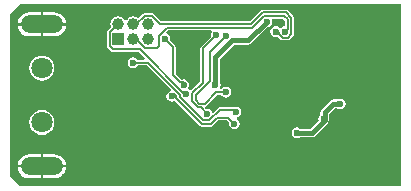
<source format=gbl>
%FSLAX44Y44*%
%MOMM*%
G71*
G01*
G75*
G04 Layer_Physical_Order=2*
G04 Layer_Color=16711680*
%ADD10C,0.3000*%
%ADD11C,0.4000*%
%ADD12R,1.0000X1.0000*%
%ADD13R,0.6000X0.6000*%
%ADD14R,0.7500X0.6500*%
%ADD15R,0.2500X0.4000*%
%ADD16O,0.7500X0.2800*%
%ADD17O,0.2800X0.7500*%
%ADD18R,4.5000X4.5000*%
%ADD19R,0.6000X0.3500*%
%ADD20R,1.0000X1.6000*%
%ADD21R,0.6000X0.6000*%
%ADD22R,0.7000X0.9000*%
%ADD23R,2.1000X1.0000*%
%ADD24R,2.2000X1.0500*%
%ADD25R,1.0500X1.0000*%
%ADD26R,3.9400X0.5000*%
%ADD27R,0.5000X2.0000*%
%ADD28R,2.6400X0.5000*%
%ADD29R,4.9000X0.5000*%
%ADD30R,0.5000X5.0000*%
%ADD31R,4.9000X0.9000*%
%ADD32R,0.5000X2.7000*%
%ADD33C,0.1500*%
%ADD34C,0.2500*%
%ADD35R,0.8000X0.3000*%
%ADD36R,0.1270X0.9398*%
%ADD37R,1.0000X0.1000*%
%ADD38R,0.1000X0.7000*%
%ADD39R,0.9000X0.3000*%
%ADD40R,0.2000X0.8000*%
%ADD41R,0.2000X0.7000*%
%ADD42R,0.2000X0.6000*%
%ADD43R,0.8000X0.2000*%
%ADD44R,1.2056X0.3999*%
%ADD45R,0.2000X1.1000*%
%ADD46R,1.0562X0.1836*%
%ADD47R,0.5334X0.2032*%
%ADD48R,0.5000X0.2259*%
%ADD49R,0.1818X0.4999*%
%ADD50R,0.4999X0.3145*%
%ADD51R,0.2939X0.5000*%
%ADD52R,0.2119X0.5000*%
%ADD53R,0.5860X0.9000*%
%ADD54R,0.4872X0.5000*%
%ADD55R,0.4658X0.5000*%
%ADD56R,0.4997X0.1609*%
%ADD57R,0.3013X0.5000*%
%ADD58C,1.0000*%
%ADD59R,1.0000X1.0000*%
%ADD60C,1.8000*%
%ADD61O,3.6000X1.5000*%
%ADD62C,0.6000*%
%ADD63R,0.5000X15.1000*%
G36*
X2504826Y2441824D02*
X2182106D01*
X2173850Y2450080D01*
Y2587740D01*
X2182286Y2596176D01*
X2504826D01*
Y2441824D01*
D02*
G37*
%LPC*%
G36*
X2211500Y2469127D02*
X2202000D01*
Y2460000D01*
X2221495D01*
X2221282Y2461621D01*
X2220270Y2464063D01*
X2218661Y2466161D01*
X2216563Y2467770D01*
X2214121Y2468781D01*
X2211500Y2469127D01*
D02*
G37*
G36*
X2201000Y2506591D02*
X2198259Y2506230D01*
X2195705Y2505172D01*
X2193511Y2503489D01*
X2191828Y2501295D01*
X2190770Y2498741D01*
X2190409Y2496000D01*
X2190770Y2493259D01*
X2191828Y2490705D01*
X2193511Y2488511D01*
X2195705Y2486828D01*
X2198259Y2485770D01*
X2201000Y2485409D01*
X2203741Y2485770D01*
X2206295Y2486828D01*
X2208489Y2488511D01*
X2210172Y2490705D01*
X2211230Y2493259D01*
X2211591Y2496000D01*
X2211230Y2498741D01*
X2210172Y2501295D01*
X2208489Y2503489D01*
X2206295Y2505172D01*
X2203741Y2506230D01*
X2201000Y2506591D01*
D02*
G37*
G36*
X2453772Y2516272D02*
X2452016Y2515923D01*
X2451393Y2515507D01*
X2447676D01*
X2446310Y2515235D01*
X2445153Y2514461D01*
X2437787Y2507095D01*
X2437013Y2505938D01*
X2436741Y2504572D01*
Y2502775D01*
X2436304Y2502482D01*
X2435309Y2500994D01*
X2434960Y2499238D01*
X2435263Y2497714D01*
X2428418Y2490869D01*
X2419701D01*
X2418698Y2491539D01*
X2416942Y2491888D01*
X2415186Y2491539D01*
X2413698Y2490544D01*
X2412703Y2489056D01*
X2412354Y2487300D01*
X2412703Y2485544D01*
X2413698Y2484056D01*
X2415186Y2483061D01*
X2416942Y2482712D01*
X2418698Y2483061D01*
X2419701Y2483731D01*
X2429896D01*
X2431262Y2484003D01*
X2432419Y2484777D01*
X2442833Y2495191D01*
X2443607Y2496348D01*
X2443879Y2497714D01*
Y2497943D01*
X2444136Y2499238D01*
X2443879Y2500533D01*
Y2503094D01*
X2449154Y2508369D01*
X2450633D01*
X2452016Y2507445D01*
X2453772Y2507096D01*
X2455528Y2507445D01*
X2457016Y2508440D01*
X2458011Y2509928D01*
X2458360Y2511684D01*
X2458011Y2513440D01*
X2457016Y2514928D01*
X2455528Y2515923D01*
X2453772Y2516272D01*
D02*
G37*
G36*
X2200000Y2458000D02*
X2180505D01*
X2180718Y2456379D01*
X2181730Y2453937D01*
X2183339Y2451839D01*
X2185437Y2450230D01*
X2187879Y2449218D01*
X2190500Y2448873D01*
X2200000D01*
Y2458000D01*
D02*
G37*
G36*
X2221495D02*
X2202000D01*
Y2448873D01*
X2211500D01*
X2214121Y2449218D01*
X2216563Y2450230D01*
X2218661Y2451839D01*
X2220270Y2453937D01*
X2221282Y2456379D01*
X2221495Y2458000D01*
D02*
G37*
G36*
X2200000Y2469127D02*
X2190500D01*
X2187879Y2468781D01*
X2185437Y2467770D01*
X2183339Y2466161D01*
X2181730Y2464063D01*
X2180718Y2461621D01*
X2180505Y2460000D01*
X2200000D01*
Y2469127D01*
D02*
G37*
G36*
X2221495Y2578000D02*
X2202000D01*
Y2568873D01*
X2211500D01*
X2214121Y2569218D01*
X2216563Y2570230D01*
X2218661Y2571839D01*
X2220270Y2573937D01*
X2221282Y2576379D01*
X2221495Y2578000D01*
D02*
G37*
G36*
X2200000Y2589127D02*
X2190500D01*
X2187879Y2588782D01*
X2185437Y2587770D01*
X2183339Y2586161D01*
X2181730Y2584063D01*
X2180718Y2581621D01*
X2180505Y2580000D01*
X2200000D01*
Y2589127D01*
D02*
G37*
G36*
X2211500D02*
X2202000D01*
Y2580000D01*
X2221495D01*
X2221282Y2581621D01*
X2220270Y2584063D01*
X2218661Y2586161D01*
X2216563Y2587770D01*
X2214121Y2588782D01*
X2211500Y2589127D01*
D02*
G37*
G36*
X2387871Y2591570D02*
X2386993Y2591395D01*
X2386249Y2590898D01*
X2376893Y2581542D01*
X2302161D01*
X2295583Y2588120D01*
X2294839Y2588618D01*
X2293961Y2588792D01*
X2287955D01*
X2287955Y2588792D01*
X2287223Y2588647D01*
X2287077Y2588618D01*
X2286333Y2588120D01*
X2282443Y2584230D01*
X2281536Y2584926D01*
X2279955Y2585581D01*
X2278258Y2585804D01*
X2276561Y2585581D01*
X2274980Y2584926D01*
X2273622Y2583884D01*
X2272658Y2582627D01*
X2271158D01*
X2270194Y2583884D01*
X2268836Y2584926D01*
X2267255Y2585581D01*
X2265558Y2585804D01*
X2263861Y2585581D01*
X2262280Y2584926D01*
X2260922Y2583884D01*
X2259880Y2582526D01*
X2259225Y2580945D01*
X2259002Y2579248D01*
X2259225Y2577551D01*
X2259492Y2576908D01*
X2256686Y2574102D01*
X2256189Y2573358D01*
X2256014Y2572480D01*
Y2560616D01*
X2256189Y2559738D01*
X2256686Y2558994D01*
X2259438Y2556241D01*
X2259438Y2556241D01*
X2260183Y2555744D01*
X2260328Y2555715D01*
X2261061Y2555569D01*
X2261061Y2555569D01*
X2282762D01*
X2287915Y2550416D01*
X2287341Y2549030D01*
X2282137D01*
X2281502Y2549980D01*
X2280014Y2550975D01*
X2278258Y2551324D01*
X2276502Y2550975D01*
X2275014Y2549980D01*
X2274019Y2548492D01*
X2273670Y2546736D01*
X2274019Y2544980D01*
X2275014Y2543492D01*
X2276502Y2542497D01*
X2278258Y2542148D01*
X2280014Y2542497D01*
X2281502Y2543492D01*
X2282137Y2544442D01*
X2289647D01*
X2310293Y2523796D01*
X2309857Y2522361D01*
X2309245Y2522239D01*
X2307756Y2521244D01*
X2306761Y2519756D01*
X2306412Y2518000D01*
X2306761Y2516244D01*
X2307756Y2514756D01*
X2309245Y2513761D01*
X2311000Y2513412D01*
X2312756Y2513761D01*
X2313698Y2514391D01*
X2334913Y2493176D01*
X2335657Y2492679D01*
X2336535Y2492504D01*
X2344159D01*
X2345037Y2492679D01*
X2345781Y2493176D01*
X2350311Y2497706D01*
X2358050D01*
X2359635Y2496121D01*
X2359412Y2495000D01*
X2359761Y2493244D01*
X2360756Y2491756D01*
X2362244Y2490761D01*
X2364000Y2490412D01*
X2365756Y2490761D01*
X2367244Y2491756D01*
X2368239Y2493244D01*
X2368588Y2495000D01*
X2368239Y2496756D01*
X2367244Y2498244D01*
X2366089Y2499016D01*
X2366381Y2500488D01*
X2366882Y2500587D01*
X2368370Y2501582D01*
X2369365Y2503070D01*
X2369714Y2504826D01*
X2369365Y2506582D01*
X2368370Y2508070D01*
X2366882Y2509065D01*
X2365126Y2509414D01*
X2363370Y2509065D01*
X2363121Y2508898D01*
X2351723D01*
X2350845Y2508723D01*
X2350101Y2508226D01*
X2346283Y2504409D01*
X2344981Y2504804D01*
X2343986Y2506292D01*
X2342498Y2507287D01*
X2340742Y2507636D01*
X2340278Y2507544D01*
X2339270Y2508655D01*
X2339617Y2509797D01*
X2339626Y2509799D01*
X2340371Y2510296D01*
X2349371Y2519296D01*
X2352865D01*
X2353500Y2518346D01*
X2354988Y2517351D01*
X2356744Y2517002D01*
X2358500Y2517351D01*
X2359988Y2518346D01*
X2360983Y2519834D01*
X2361332Y2521590D01*
X2360983Y2523346D01*
X2359988Y2524834D01*
X2358500Y2525829D01*
X2356744Y2526178D01*
X2354988Y2525829D01*
X2353500Y2524834D01*
X2353277Y2524500D01*
X2351778Y2524574D01*
X2351440Y2525207D01*
X2352093Y2526184D01*
X2352442Y2527940D01*
X2352093Y2529696D01*
X2351423Y2530699D01*
Y2549576D01*
X2363810Y2561964D01*
X2375794D01*
X2377160Y2562235D01*
X2378317Y2563009D01*
X2391860Y2576552D01*
X2393044Y2576787D01*
X2394532Y2577782D01*
X2395527Y2579270D01*
X2395876Y2581026D01*
X2395527Y2582782D01*
X2396168Y2583982D01*
X2405212D01*
X2406944Y2582250D01*
Y2577577D01*
X2405244Y2577239D01*
X2403756Y2576244D01*
X2403750Y2576236D01*
X2402250D01*
X2402245Y2576244D01*
X2400756Y2577239D01*
X2399000Y2577588D01*
X2397244Y2577239D01*
X2395756Y2576244D01*
X2394761Y2574756D01*
X2394412Y2573000D01*
X2394761Y2571244D01*
X2395756Y2569756D01*
X2397244Y2568761D01*
X2399000Y2568412D01*
X2400601Y2568730D01*
X2403203Y2566128D01*
X2403948Y2565630D01*
X2404826Y2565456D01*
X2409175D01*
X2410053Y2565630D01*
X2410797Y2566128D01*
X2413872Y2569203D01*
X2414370Y2569947D01*
X2414544Y2570825D01*
Y2584431D01*
X2414544Y2584431D01*
X2414399Y2585163D01*
X2414370Y2585309D01*
X2413872Y2586053D01*
X2413872Y2586053D01*
X2409027Y2590898D01*
X2408283Y2591395D01*
X2407405Y2591570D01*
X2387871D01*
X2387871Y2591570D01*
D02*
G37*
G36*
X2201000Y2552591D02*
X2198259Y2552230D01*
X2195705Y2551172D01*
X2193511Y2549489D01*
X2191828Y2547295D01*
X2190770Y2544741D01*
X2190409Y2542000D01*
X2190770Y2539259D01*
X2191828Y2536705D01*
X2193511Y2534511D01*
X2195705Y2532828D01*
X2198259Y2531770D01*
X2201000Y2531409D01*
X2203741Y2531770D01*
X2206295Y2532828D01*
X2208489Y2534511D01*
X2210172Y2536705D01*
X2211230Y2539259D01*
X2211591Y2542000D01*
X2211230Y2544741D01*
X2210172Y2547295D01*
X2208489Y2549489D01*
X2206295Y2551172D01*
X2203741Y2552230D01*
X2201000Y2552591D01*
D02*
G37*
G36*
X2200000Y2578000D02*
X2180505D01*
X2180718Y2576379D01*
X2181730Y2573937D01*
X2183339Y2571839D01*
X2185437Y2570230D01*
X2187879Y2569218D01*
X2190500Y2568873D01*
X2200000D01*
Y2578000D01*
D02*
G37*
%LPD*%
G36*
X2345030Y2572583D02*
X2344377Y2571606D01*
X2344028Y2569850D01*
X2344251Y2568729D01*
X2335818Y2560296D01*
X2335321Y2559552D01*
X2335146Y2558674D01*
Y2530652D01*
X2327605Y2523110D01*
X2326245Y2523244D01*
X2324756Y2524239D01*
X2325119Y2526065D01*
X2325239Y2526244D01*
X2325589Y2528000D01*
X2325239Y2529756D01*
X2324245Y2531244D01*
X2322756Y2532239D01*
X2321000Y2532588D01*
X2319522Y2532294D01*
X2318951D01*
X2314294Y2536951D01*
Y2560000D01*
X2314120Y2560877D01*
X2313622Y2561622D01*
X2309365Y2565879D01*
X2309588Y2567000D01*
X2309239Y2568756D01*
X2308244Y2570244D01*
X2306756Y2571239D01*
X2306361Y2572541D01*
X2307726Y2573906D01*
X2344323D01*
X2345030Y2572583D01*
D02*
G37*
D11*
X2447676Y2511938D02*
X2453772D01*
X2440310Y2497714D02*
Y2504572D01*
X2375794Y2565532D02*
X2391288Y2581026D01*
X2362332Y2565532D02*
X2375794D01*
X2347854Y2551054D02*
X2362332Y2565532D01*
X2347854Y2527940D02*
Y2551054D01*
X2440310Y2504572D02*
X2447676Y2511938D01*
X2429896Y2487300D02*
X2440310Y2497714D01*
X2416942Y2487300D02*
X2429896D01*
D33*
X2314712Y2516621D02*
Y2518378D01*
X2399000Y2573000D02*
X2401000D01*
X2401750Y2572250D01*
Y2570825D02*
Y2572250D01*
X2412250Y2570825D02*
Y2584431D01*
X2407405Y2589276D02*
X2412250Y2584431D01*
X2401750Y2570825D02*
X2404826Y2567750D01*
X2409175D01*
X2412250Y2570825D01*
X2409238Y2575238D02*
Y2583201D01*
X2406163Y2586276D02*
X2409238Y2583201D01*
X2389113Y2586276D02*
X2406163D01*
X2379037Y2576200D02*
X2389113Y2586276D01*
X2407000Y2573000D02*
X2409238Y2575238D01*
X2407000Y2573000D02*
Y2573000D01*
X2299750Y2569174D02*
X2306775Y2576200D01*
X2299750Y2560840D02*
Y2569174D01*
X2305000Y2567000D02*
X2312000Y2560000D01*
X2298208Y2559298D02*
X2299750Y2560840D01*
X2287955Y2559298D02*
X2298208D01*
X2280705Y2566548D02*
X2287955Y2559298D01*
X2283712Y2557863D02*
X2321576Y2520000D01*
X2261061Y2557863D02*
X2283712D01*
X2301000Y2579248D02*
X2377843D01*
X2293961Y2586498D02*
X2301000Y2579459D01*
X2280705Y2579248D02*
X2287955Y2586498D01*
X2258308Y2560616D02*
X2261061Y2557863D01*
X2290597Y2546736D02*
X2317712Y2519621D01*
X2278258Y2546736D02*
X2290597D01*
X2287955Y2586498D02*
X2293961D01*
X2317712Y2517864D02*
X2337778Y2497798D01*
X2317712Y2517864D02*
Y2519621D01*
X2314712Y2516621D02*
X2336535Y2494798D01*
X2313277Y2519813D02*
X2314712Y2518378D01*
X2312814Y2519813D02*
X2313277D01*
X2311000Y2518000D02*
X2312814Y2519813D01*
X2321000Y2528000D02*
Y2530000D01*
X2321000Y2530000D02*
X2321000Y2530000D01*
X2318001Y2530000D02*
X2321000D01*
X2312000Y2536000D02*
X2318001Y2530000D01*
X2336535Y2494798D02*
X2344159D01*
X2337778Y2497798D02*
X2342917D01*
X2306775Y2576200D02*
X2379037D01*
X2312000Y2536000D02*
Y2560000D01*
X2351723Y2506604D02*
X2363348D01*
X2342917Y2497798D02*
X2351723Y2506604D01*
X2344159Y2494798D02*
X2349361Y2500000D01*
X2359000D01*
X2334399Y2511918D02*
X2338749D01*
X2331324Y2514993D02*
X2334399Y2511918D01*
X2331324Y2514993D02*
Y2519343D01*
X2338749Y2511918D02*
X2348421Y2521590D01*
X2331324Y2519343D02*
X2343028Y2531047D01*
X2337440Y2529701D02*
Y2558674D01*
X2328324Y2520585D02*
X2337440Y2529701D01*
X2328324Y2513751D02*
Y2520585D01*
X2348421Y2521590D02*
X2356744D01*
X2343028Y2531047D02*
Y2555626D01*
X2340742Y2503048D02*
Y2503556D01*
X2359000Y2500000D02*
X2364000Y2495000D01*
X2335380Y2508918D02*
X2340742Y2503556D01*
X2258308Y2560616D02*
Y2572480D01*
X2265076Y2579248D01*
X2265558D01*
X2377843D02*
X2387871Y2589276D01*
X2407405D01*
X2328324Y2513751D02*
X2333157Y2508918D01*
X2335380D01*
X2363348Y2506604D02*
X2365126Y2504826D01*
X2337440Y2558674D02*
X2348616Y2569850D01*
X2278258Y2566548D02*
X2280705D01*
X2343028Y2555626D02*
X2356490Y2569088D01*
D58*
X2290958Y2579248D02*
D03*
Y2566548D02*
D03*
X2278258Y2579248D02*
D03*
Y2566548D02*
D03*
X2265558Y2579248D02*
D03*
D59*
Y2566548D02*
D03*
D60*
X2201000Y2496000D02*
D03*
Y2542000D02*
D03*
D61*
Y2459000D02*
D03*
Y2579000D02*
D03*
D62*
X2228000Y2542000D02*
D03*
X2210000Y2554000D02*
D03*
X2228000Y2565000D02*
D03*
X2183000Y2482000D02*
D03*
X2182000Y2551000D02*
D03*
X2481966Y2544270D02*
D03*
X2491466Y2530020D02*
D03*
X2481966Y2521770D02*
D03*
X2385000Y2548000D02*
D03*
X2395000Y2548000D02*
D03*
X2405000D02*
D03*
X2415000Y2548000D02*
D03*
X2385000Y2538000D02*
D03*
X2395000D02*
D03*
X2405000D02*
D03*
X2415000D02*
D03*
X2385000Y2528000D02*
D03*
X2395000D02*
D03*
X2405000D02*
D03*
X2415000D02*
D03*
X2385000Y2518000D02*
D03*
X2395000Y2518000D02*
D03*
X2405000D02*
D03*
X2415000Y2518000D02*
D03*
X2273862Y2471466D02*
D03*
Y2479466D02*
D03*
X2399000Y2573000D02*
D03*
X2391288Y2581026D02*
D03*
X2407000Y2573000D02*
D03*
X2305000Y2567000D02*
D03*
X2321000Y2528000D02*
D03*
X2311000Y2518000D02*
D03*
X2303404Y2588900D02*
D03*
X2322962Y2536322D02*
D03*
X2488000Y2589000D02*
D03*
X2323000Y2520000D02*
D03*
X2340000Y2489000D02*
D03*
X2356744Y2521590D02*
D03*
X2340742Y2503048D02*
D03*
X2365126Y2504826D02*
D03*
X2392499Y2474999D02*
D03*
X2377499D02*
D03*
X2364000Y2495000D02*
D03*
X2482499Y2504999D02*
D03*
X2474999Y2489999D02*
D03*
X2482499Y2474999D02*
D03*
X2474999Y2459999D02*
D03*
X2467499Y2504999D02*
D03*
X2459999Y2489999D02*
D03*
X2429999Y2459999D02*
D03*
X2422499Y2474999D02*
D03*
X2414999Y2459999D02*
D03*
X2407499Y2474999D02*
D03*
X2399999Y2459999D02*
D03*
X2384999D02*
D03*
X2369999D02*
D03*
X2362499Y2474999D02*
D03*
X2354999Y2459999D02*
D03*
X2347499Y2474999D02*
D03*
X2339999Y2459999D02*
D03*
X2332499Y2564999D02*
D03*
X2324999Y2489999D02*
D03*
X2332499Y2474999D02*
D03*
X2324999Y2459999D02*
D03*
X2317499Y2474999D02*
D03*
X2309999Y2459999D02*
D03*
X2294999Y2519999D02*
D03*
X2302499Y2504999D02*
D03*
X2294999Y2489999D02*
D03*
Y2459999D02*
D03*
X2279999Y2519999D02*
D03*
X2287499Y2504999D02*
D03*
X2279999Y2459999D02*
D03*
X2264999Y2549999D02*
D03*
Y2459999D02*
D03*
X2249999Y2579999D02*
D03*
Y2549999D02*
D03*
Y2459999D02*
D03*
X2234999Y2579999D02*
D03*
X2242499Y2564999D02*
D03*
Y2474999D02*
D03*
X2234999Y2459999D02*
D03*
X2204999Y2519999D02*
D03*
X2189999D02*
D03*
X2321692Y2565278D02*
D03*
X2478156Y2588392D02*
D03*
X2467742D02*
D03*
X2457836D02*
D03*
X2448438D02*
D03*
X2439548D02*
D03*
X2311532Y2588646D02*
D03*
X2254128Y2587884D02*
D03*
X2242698D02*
D03*
X2230252Y2588646D02*
D03*
X2220600Y2588392D02*
D03*
X2220854Y2449962D02*
D03*
X2232000Y2449000D02*
D03*
X2243206Y2449200D02*
D03*
X2253620D02*
D03*
X2264542D02*
D03*
X2273686Y2449708D02*
D03*
X2287148D02*
D03*
X2298070Y2449200D02*
D03*
X2307468Y2448946D02*
D03*
X2318898D02*
D03*
X2327280Y2449454D02*
D03*
X2337948Y2449962D02*
D03*
X2348000Y2450000D02*
D03*
X2358776Y2449962D02*
D03*
X2369190D02*
D03*
X2380366D02*
D03*
X2393066D02*
D03*
X2404242D02*
D03*
X2414148D02*
D03*
X2424308D02*
D03*
X2435230D02*
D03*
X2445390D02*
D03*
X2457328Y2450216D02*
D03*
X2470536Y2450470D02*
D03*
X2481966D02*
D03*
X2491110Y2449962D02*
D03*
X2490602Y2458852D02*
D03*
Y2467488D02*
D03*
X2491110Y2475616D02*
D03*
Y2485522D02*
D03*
Y2495174D02*
D03*
Y2504826D02*
D03*
Y2513208D02*
D03*
X2431928Y2586360D02*
D03*
X2368984Y2592328D02*
D03*
X2248540Y2525654D02*
D03*
X2249048Y2517526D02*
D03*
X2278258Y2546736D02*
D03*
X2436246Y2561214D02*
D03*
X2348616Y2569850D02*
D03*
X2356490Y2569088D02*
D03*
X2347854Y2527940D02*
D03*
X2416942Y2487300D02*
D03*
X2453772Y2511684D02*
D03*
X2439548Y2499238D02*
D03*
X2502636Y2585478D02*
D03*
D63*
X2502501Y2519500D02*
D03*
M02*

</source>
